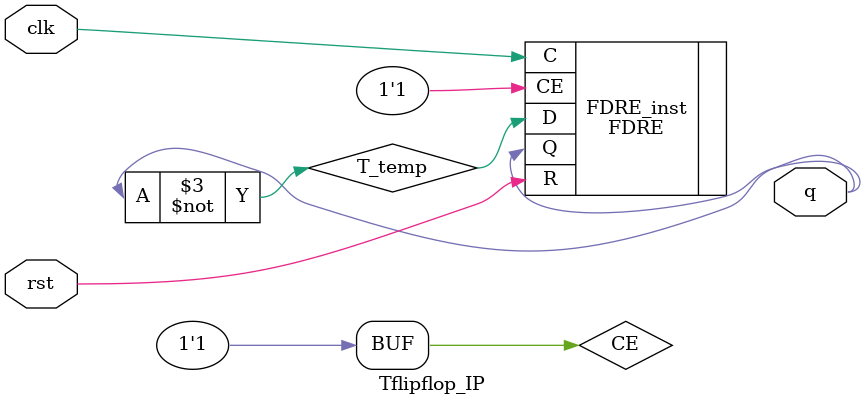
<source format=v>
`timescale 1ns / 1ps


module Tflipflop_IP(
        input clk,rst,
        output q
    );
    
        wire T_temp;
        reg CE=1'b1;
       
       xor g1(T_temp,1'b1,q);
       FDRE #(.INIT(1'b0))
       
       FDRE_inst(.Q(q),.C(clk),.CE(CE),.D(T_temp),.R(rst));
    
endmodule

</source>
